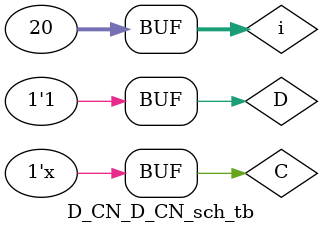
<source format=v>

`timescale 1ns / 1ps

module D_CN_D_CN_sch_tb();

// Inputs
   reg D;
   reg C;

// Output
   wire Q;
   wire Qn;

// Bidirs

// Instantiate the UUT
   D_CN UUT (
		.D(D), 
		.C(C), 
		.Q(Q), 
		.Qn(Qn)
   );
	
integer i=0;
// Initialize Inputs
	initial begin
		C = 0;
		D = 0;
		#40;
		D = 1;		//set
		#100;
		D = 0;		//reset
		#100;
		D = 1;		//set
		#100;
		D = 0;		//reset
		#100;
		D = 1;		//set
	end		
		
	always@ *	
		for(i=0; i<20;i=i+1)begin
		#50;
		C <= ~C;
	end		
		
endmodule

</source>
